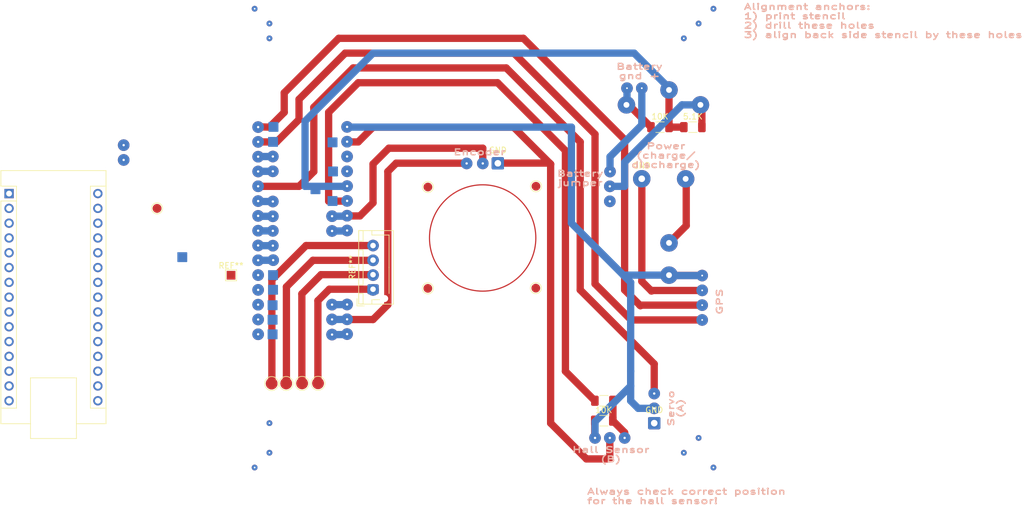
<source format=kicad_pcb>
(kicad_pcb (version 20221018) (generator pcbnew)
  (layers (0 "F.Cu" signal) (31 "B.Cu" signal) (34 "B.Paste" user) (35 "F.Paste" user) (36 "B.SilkS" user "B.Silkscreen") (37 "F.SilkS" user "F.Silkscreen") (38 "B.Mask" user) (39 "F.Mask" user) (44 "Edge.Cuts" user))
  (net 0 "")
  (net 1 "GND")
  (footprint "Connector_JST:JST_XH_B4B-XH-AM_1x04_P2.50mm_Vertical" (layer "F.Cu") (at 128.505445 102.778533 90)
    (fp_text reference "REF**" (at 3.75 -3.55 90) (layer "F.SilkS"))
    (fp_text value " ")
    (fp_line (start -2.85 -2.75) (end -2.85 -1.5) (stroke (width 0.12)) (layer "F.SilkS"))
    (fp_line (start -2.56 -2.46) (end -2.56 3.51) (stroke (width 0.12)) (layer "F.SilkS"))
    (fp_line (start -2.56 3.51) (end 10.06 3.51) (stroke (width 0.12)) (layer "F.SilkS"))
    (fp_line (start -2.55 -2.45) (end -2.55 -1.7) (stroke (width 0.12)) (layer "F.SilkS"))
    (fp_line (start -2.55 -1.7) (end -0.75 -1.7) (stroke (width 0.12)) (layer "F.SilkS"))
    (fp_line (start -2.55 -0.2) (end -1.8 -0.2) (stroke (width 0.12)) (layer "F.SilkS"))
    (fp_line (start -1.8 -0.2) (end -1.8 1.14) (stroke (width 0.12)) (layer "F.SilkS"))
    (fp_line (start -1.6 -2.75) (end -2.85 -2.75) (stroke (width 0.12)) (layer "F.SilkS"))
    (fp_line (start -0.75 -2.45) (end -2.55 -2.45) (stroke (width 0.12)) (layer "F.SilkS"))
    (fp_line (start -0.75 -1.7) (end -0.75 -2.45) (stroke (width 0.12)) (layer "F.SilkS"))
    (fp_line (start 0.75 -2.45) (end 0.75 -1.7) (stroke (width 0.12)) (layer "F.SilkS"))
    (fp_line (start 0.75 -1.7) (end 6.75 -1.7) (stroke (width 0.12)) (layer "F.SilkS"))
    (fp_line (start 3.75 2.75) (end -0.74 2.75) (stroke (width 0.12)) (layer "F.SilkS"))
    (fp_line (start 6.75 -2.45) (end 0.75 -2.45) (stroke (width 0.12)) (layer "F.SilkS"))
    (fp_line (start 6.75 -1.7) (end 6.75 -2.45) (stroke (width 0.12)) (layer "F.SilkS"))
    (fp_line (start 8.25 -2.45) (end 8.25 -1.7) (stroke (width 0.12)) (layer "F.SilkS"))
    (fp_line (start 8.25 -1.7) (end 10.05 -1.7) (stroke (width 0.12)) (layer "F.SilkS"))
    (fp_line (start 9.3 -0.2) (end 9.3 2.75) (stroke (width 0.12)) (layer "F.SilkS"))
    (fp_line (start 9.3 2.75) (end 3.75 2.75) (stroke (width 0.12)) (layer "F.SilkS"))
    (fp_line (start 10.05 -2.45) (end 8.25 -2.45) (stroke (width 0.12)) (layer "F.SilkS"))
    (fp_line (start 10.05 -1.7) (end 10.05 -2.45) (stroke (width 0.12)) (layer "F.SilkS"))
    (fp_line (start 10.05 -0.2) (end 9.3 -0.2) (stroke (width 0.12)) (layer "F.SilkS"))
    (fp_line (start 10.06 -2.46) (end -2.56 -2.46) (stroke (width 0.12)) (layer "F.SilkS"))
    (fp_line (start 10.06 3.51) (end 10.06 -2.46) (stroke (width 0.12)) (layer "F.SilkS"))
    (pad "" np_thru_hole circle (at -1.6 2 90) (size 1.2 1.2) (drill 1.2) (layers "*.Cu" "*.Mask"))
    (pad "1" thru_hole roundrect (at 0 0 90) (size 1.7 1.95) (drill 0.95) (layers "*.Cu" "*.Mask") (roundrect_rratio 0.1470588235))
    (pad "2" thru_hole oval (at 2.5 0 90) (size 1.7 1.95) (drill 0.95) (layers "*.Cu" "*.Mask"))
    (pad "3" thru_hole oval (at 5 0 90) (size 1.7 1.95) (drill 0.95) (layers "*.Cu" "*.Mask"))
    (pad "4" thru_hole oval (at 7.5 0 90) (size 1.7 1.95) (drill 0.95) (layers "*.Cu" "*.Mask"))
  )
  (footprint "TestPoint:TestPoint_Pad_1.5x1.5mm" (layer "F.Cu") (at 104.14 100.379001)
    (fp_text reference "REF**" (at 0 -1.648) (layer "F.SilkS"))
    (fp_text value " ")
    (fp_line (start -0.95 -0.95) (end 0.95 -0.95) (stroke (width 0.12)) (layer "F.SilkS"))
    (fp_line (start -0.95 0.95) (end -0.95 -0.95) (stroke (width 0.12)) (layer "F.SilkS"))
    (fp_line (start 0.95 -0.95) (end 0.95 0.95) (stroke (width 0.12)) (layer "F.SilkS"))
    (fp_line (start 0.95 0.95) (end -0.95 0.95) (stroke (width 0.12)) (layer "F.SilkS"))
    (pad " " smd rect (at 0 0) (size 1.5 1.5) (layers "F.Cu" "B.Mask"))
  )
  (footprint "TestPoint:TestPoint_Pad_D1.5mm" (layer "F.Cu") (at 156.44605 102.585438)
    (fp_text reference "REF**" hide)
    (fp_text value " ")
    (fp_circle (center 0 0) (end 0 0.95) (stroke (width 0.12)) (fill none) (layer "F.SilkS"))
    (pad " " smd circle (at 0 0) (size 1.5 1.5) (layers "F.Cu" "F.Mask"))
  )
  (footprint "TestPoint:TestPoint_Pad_D1.5mm" (layer "F.Cu") (at 137.926134 85.2369)
    (fp_text reference "REF**" hide)
    (fp_text value " " hide)
    (fp_circle (center 0 0) (end 0 0.95) (stroke (width 0.12)) (fill none) (layer "F.SilkS"))
    (pad " " smd circle (at 0 0) (size 1.5 1.5) (layers "F.Cu" "F.Mask"))
  )
  (footprint "Resistor_SMD:R_1206_3216Metric_Pad1.30x1.75mm_HandSolder" (layer "F.Cu") (at 168.107349 125.337238)
    (fp_text reference "10K" (at 0 -1.82) (layer "F.SilkS"))
    (fp_text value "R1002")
    (fp_line (start -0.727064 -0.91) (end 0.727064 -0.91) (stroke (width 0.12)) (layer "F.SilkS"))
    (fp_line (start -0.727064 0.91) (end 0.727064 0.91) (stroke (width 0.12)) (layer "F.SilkS"))
    (pad "1" smd roundrect (at -1.55 0) (size 1.3 1.75) (layers "F.Cu" "F.Paste" "F.Mask") (roundrect_rratio 0.1923076923))
    (pad "2" smd roundrect (at 1.55 0) (size 1.3 1.75) (layers "F.Cu" "F.Paste" "F.Mask") (roundrect_rratio 0.1923076923))
  )
  (footprint "TestPoint:TestPoint_Pad_D2.0mm" (layer "F.Cu") (at 113.599676 118.951239)
    (fp_text reference "REF**" hide)
    (fp_text value " ")
    (fp_circle (center 0 0) (end 0 1.2) (stroke (width 0.12)) (fill none) (layer "F.SilkS"))
    (pad "1" smd circle (at 0 0) (size 2 2) (layers "F.Cu" "F.Mask"))
    (pad "1" smd circle (at 0 0) (size 2 2) (layers "F.Cu" "F.Mask"))
  )
  (footprint "Resistor_SMD:R_1206_3216Metric_Pad1.30x1.75mm_HandSolder" (layer "F.Cu") (at 168.129876 121.92)
    (fp_text reference "5.1K" hide)
    (fp_text value "R5101")
    (fp_line (start -0.727064 -0.91) (end 0.727064 -0.91) (stroke (width 0.12)) (layer "F.SilkS"))
    (fp_line (start -0.727064 0.91) (end 0.727064 0.91) (stroke (width 0.12)) (layer "F.SilkS"))
    (pad "1" smd roundrect (at -1.55 0) (size 1.3 1.75) (layers "F.Cu" "F.Paste" "F.Mask") (roundrect_rratio 0.1923076923))
    (pad "2" smd roundrect (at 1.55 0) (size 1.3 1.75) (layers "F.Cu" "F.Paste" "F.Mask") (roundrect_rratio 0.1923076923))
  )
  (footprint "Resistor_SMD:R_1206_3216Metric_Pad1.30x1.75mm_HandSolder" (layer "F.Cu") (at 177.755445 74.958533)
    (fp_text reference "10K" (at 0 -1.82) (layer "F.SilkS"))
    (fp_text value "R1002")
    (fp_line (start -0.727064 -0.91) (end 0.727064 -0.91) (stroke (width 0.12)) (layer "F.SilkS"))
    (fp_line (start -0.727064 0.91) (end 0.727064 0.91) (stroke (width 0.12)) (layer "F.SilkS"))
    (pad "1" smd roundrect (at -1.55 0) (size 1.3 1.75) (layers "F.Cu" "F.Paste" "F.Mask") (roundrect_rratio 0.1923076923))
    (pad "2" smd roundrect (at 1.55 0) (size 1.3 1.75) (layers "F.Cu" "F.Paste" "F.Mask") (roundrect_rratio 0.1923076923))
  )
  (footprint "Connector_Wire:SolderWire-0.5sqmm_1x01_D0.9mm_OD2.1mm" (layer "F.Cu") (at 174.623939 83.82)
    (fp_text reference "GND" (at 0 -2.25) (layer "F.SilkS"))
    (fp_text value " " hide)
    (pad "" thru_hole roundrect (at 0 0) (size 2.1 2.1) (drill 1.1) (layers "*.Cu" "*.Mask") (roundrect_rratio 0.119048) (net 1 "GND"))
    (pad "" thru_hole roundrect (at 0 0) (size 2.1 2.1) (drill 1.1) (layers "*.Cu" "*.Mask") (roundrect_rratio 0.119048) (net 1 "GND"))
  )
  (footprint "TestPoint:TestPoint_Pad_D2.0mm" (layer "F.Cu") (at 111.106514 118.967119)
    (fp_text reference "REF**" hide)
    (fp_text value " ")
    (fp_circle (center 0 0) (end 0 1.2) (stroke (width 0.12)) (fill none) (layer "F.SilkS"))
    (pad "1" smd circle (at 0 0) (size 2 2) (layers "F.Cu" "F.Mask"))
    (pad "1" smd circle (at 0 0) (size 2 2) (layers "F.Cu" "F.Mask"))
  )
  (footprint "Resistor_SMD:R_1206_3216Metric_Pad1.30x1.75mm_HandSolder" (layer "F.Cu") (at 183.395445 74.958533)
    (fp_text reference "5.1K" (at 0 -1.82) (layer "F.SilkS"))
    (fp_text value "R5101")
    (fp_line (start -0.727064 -0.91) (end 0.727064 -0.91) (stroke (width 0.12)) (layer "F.SilkS"))
    (fp_line (start -0.727064 0.91) (end 0.727064 0.91) (stroke (width 0.12)) (layer "F.SilkS"))
    (pad "1" smd roundrect (at -1.55 0) (size 1.3 1.75) (layers "F.Cu" "F.Paste" "F.Mask") (roundrect_rratio 0.1923076923))
    (pad "2" smd roundrect (at 1.55 0) (size 1.3 1.75) (layers "F.Cu" "F.Paste" "F.Mask") (roundrect_rratio 0.1923076923))
  )
  (footprint "TestPoint:TestPoint_Pad_D1.5mm" (layer "F.Cu") (at 137.914671 102.627364)
    (fp_text reference "REF**" hide)
    (fp_text value " ")
    (fp_circle (center 0 0) (end 0 0.95) (stroke (width 0.12)) (fill none) (layer "F.SilkS"))
    (pad " " smd circle (at 0 0) (size 1.5 1.5) (layers "F.Cu" "F.Mask"))
  )
  (footprint "TestPoint:TestPoint_Pad_D1.5mm" (layer "F.Cu") (at 156.473771 85.102214)
    (fp_text reference "REF**" hide)
    (fp_text value " ")
    (fp_circle (center 0 0) (end 0 0.95) (stroke (width 0.12)) (fill none) (layer "F.SilkS"))
    (pad " " smd circle (at 0 0) (size 1.5 1.5) (layers "F.Cu" "F.Mask"))
  )
  (footprint "Module:Arduino_Nano_WithMountingHoles" (layer "F.Cu") (at 66.04 86.36)
    (fp_text reference "REF**" hide)
    (fp_text value " ")
    (fp_line (start -1.4 -3.94) (end -1.4 -1.27) (stroke (width 0.12)) (layer "F.SilkS"))
    (fp_line (start -1.4 1.27) (end -1.4 39.5) (stroke (width 0.12)) (layer "F.SilkS"))
    (fp_line (start -1.4 39.5) (end 3.68 39.5) (stroke (width 0.12)) (layer "F.SilkS"))
    (fp_line (start 1.27 -1.27) (end -1.4 -1.27) (stroke (width 0.12)) (layer "F.SilkS"))
    (fp_line (start 1.27 1.27) (end -1.4 1.27) (stroke (width 0.12)) (layer "F.SilkS"))
    (fp_line (start 1.27 1.27) (end 1.27 -1.27) (stroke (width 0.12)) (layer "F.SilkS"))
    (fp_line (start 1.27 1.27) (end 1.27 36.83) (stroke (width 0.12)) (layer "F.SilkS"))
    (fp_line (start 1.27 36.83) (end -1.4 36.83) (stroke (width 0.12)) (layer "F.SilkS"))
    (fp_line (start 3.68 31.62) (end 11.56 31.62) (stroke (width 0.12)) (layer "F.SilkS"))
    (fp_line (start 3.68 42.04) (end 3.68 31.62) (stroke (width 0.12)) (layer "F.SilkS"))
    (fp_line (start 11.56 31.62) (end 11.56 42.04) (stroke (width 0.12)) (layer "F.SilkS"))
    (fp_line (start 11.56 42.04) (end 3.68 42.04) (stroke (width 0.12)) (layer "F.SilkS"))
    (fp_line (start 13.97 -1.27) (end 13.97 36.83) (stroke (width 0.12)) (layer "F.SilkS"))
    (fp_line (start 13.97 -1.27) (end 16.64 -1.27) (stroke (width 0.12)) (layer "F.SilkS"))
    (fp_line (start 13.97 36.83) (end 16.64 36.83) (stroke (width 0.12)) (layer "F.SilkS"))
    (fp_line (start 16.64 -3.94) (end -1.4 -3.94) (stroke (width 0.12)) (layer "F.SilkS"))
    (fp_line (start 16.64 39.5) (end 11.56 39.5) (stroke (width 0.12)) (layer "F.SilkS"))
    (fp_line (start 16.64 39.5) (end 16.64 -3.94) (stroke (width 0.12)) (layer "F.SilkS"))
    (pad "" np_thru_hole circle (at 0 -2.54) (size 1.78 1.78) (drill 1.78) (layers "*.Cu" "*.Mask"))
    (pad "" np_thru_hole circle (at 0 38.1) (size 1.78 1.78) (drill 1.78) (layers "*.Cu" "*.Mask"))
    (pad "" np_thru_hole circle (at 15.24 -2.54) (size 1.78 1.78) (drill 1.78) (layers "*.Cu" "*.Mask"))
    (pad "" np_thru_hole circle (at 15.24 38.1) (size 1.78 1.78) (drill 1.78) (layers "*.Cu" "*.Mask"))
    (pad "1" thru_hole rect (at 0 0) (size 1.6 1.6) (drill 1) (layers "*.Cu" "*.Mask"))
    (pad "2" thru_hole oval (at 0 2.54) (size 1.6 1.6) (drill 1) (layers "*.Cu" "*.Mask"))
    (pad "3" thru_hole oval (at 0 5.08) (size 1.6 1.6) (drill 1) (layers "*.Cu" "*.Mask"))
    (pad "4" thru_hole oval (at 0 7.62) (size 1.6 1.6) (drill 1) (layers "*.Cu" "*.Mask"))
    (pad "5" thru_hole oval (at 0 10.16) (size 1.6 1.6) (drill 1) (layers "*.Cu" "*.Mask"))
    (pad "6" thru_hole oval (at 0 12.7) (size 1.6 1.6) (drill 1) (layers "*.Cu" "*.Mask"))
    (pad "7" thru_hole oval (at 0 15.24) (size 1.6 1.6) (drill 1) (layers "*.Cu" "*.Mask"))
    (pad "8" thru_hole oval (at 0 17.78) (size 1.6 1.6) (drill 1) (layers "*.Cu" "*.Mask"))
    (pad "9" thru_hole oval (at 0 20.32) (size 1.6 1.6) (drill 1) (layers "*.Cu" "*.Mask"))
    (pad "10" thru_hole oval (at 0 22.86) (size 1.6 1.6) (drill 1) (layers "*.Cu" "*.Mask"))
    (pad "11" thru_hole oval (at 0 25.4) (size 1.6 1.6) (drill 1) (layers "*.Cu" "*.Mask"))
    (pad "12" thru_hole oval (at 0 27.94) (size 1.6 1.6) (drill 1) (layers "*.Cu" "*.Mask"))
    (pad "13" thru_hole oval (at 0 30.48) (size 1.6 1.6) (drill 1) (layers "*.Cu" "*.Mask"))
    (pad "14" thru_hole oval (at 0 33.02) (size 1.6 1.6) (drill 1) (layers "*.Cu" "*.Mask"))
    (pad "15" thru_hole oval (at 0 35.56) (size 1.6 1.6) (drill 1) (layers "*.Cu" "*.Mask"))
    (pad "16" thru_hole oval (at 15.24 35.56) (size 1.6 1.6) (drill 1) (layers "*.Cu" "*.Mask"))
    (pad "17" thru_hole oval (at 15.24 33.02) (size 1.6 1.6) (drill 1) (layers "*.Cu" "*.Mask"))
    (pad "18" thru_hole oval (at 15.24 30.48) (size 1.6 1.6) (drill 1) (layers "*.Cu" "*.Mask"))
    (pad "19" thru_hole oval (at 15.24 27.94) (size 1.6 1.6) (drill 1) (layers "*.Cu" "*.Mask"))
    (pad "20" thru_hole oval (at 15.24 25.4) (size 1.6 1.6) (drill 1) (layers "*.Cu" "*.Mask"))
    (pad "21" thru_hole oval (at 15.24 22.86) (size 1.6 1.6) (drill 1) (layers "*.Cu" "*.Mask"))
    (pad "22" thru_hole oval (at 15.24 20.32) (size 1.6 1.6) (drill 1) (layers "*.Cu" "*.Mask"))
    (pad "23" thru_hole oval (at 15.24 17.78) (size 1.6 1.6) (drill 1) (layers "*.Cu" "*.Mask"))
    (pad "24" thru_hole oval (at 15.24 15.24) (size 1.6 1.6) (drill 1) (layers "*.Cu" "*.Mask"))
    (pad "25" thru_hole oval (at 15.24 12.7) (size 1.6 1.6) (drill 1) (layers "*.Cu" "*.Mask"))
    (pad "26" thru_hole oval (at 15.24 10.16) (size 1.6 1.6) (drill 1) (layers "*.Cu" "*.Mask"))
    (pad "27" thru_hole oval (at 15.24 7.62) (size 1.6 1.6) (drill 1) (layers "*.Cu" "*.Mask"))
    (pad "28" thru_hole oval (at 15.24 5.08) (size 1.6 1.6) (drill 1) (layers "*.Cu" "*.Mask"))
    (pad "29" thru_hole oval (at 15.24 2.54) (size 1.6 1.6) (drill 1) (layers "*.Cu" "*.Mask") (net 1 "GND"))
    (pad "30" thru_hole oval (at 15.24 0) (size 1.6 1.6) (drill 1) (layers "*.Cu" "*.Mask"))
  )
  (footprint "TestPoint:TestPoint_Pad_D2.0mm" (layer "F.Cu") (at 116.331037 118.935359)
    (fp_text reference "REF**" hide)
    (fp_text value " ")
    (fp_circle (center 0 0) (end 0 1.2) (stroke (width 0.12)) (fill none) (layer "F.SilkS"))
    (pad "1" smd circle (at 0 0) (size 2 2) (layers "F.Cu" "F.Mask"))
    (pad "1" smd circle (at 0 0) (size 2 2) (layers "F.Cu" "F.Mask"))
  )
  (footprint "Connector_Wire:SolderWire-0.5sqmm_1x01_D0.9mm_OD2.1mm" (layer "F.Cu") (at 149.927814 81.167021)
    (fp_text reference "GND" (at 0 -2.25) (layer "F.SilkS"))
    (fp_text value " " hide)
    (pad "" thru_hole roundrect (at 0 0) (size 2.1 2.1) (drill 1.1) (layers "*.Cu" "*.Mask") (roundrect_rratio 0.119048) (net 1 "GND"))
    (pad "" thru_hole roundrect (at 0 0) (size 2.1 2.1) (drill 1.1) (layers "*.Cu" "*.Mask") (roundrect_rratio 0.119048) (net 1 "GND"))
  )
  (footprint "Connector_Wire:SolderWire-0.5sqmm_1x01_D0.9mm_OD2.1mm" (layer "F.Cu") (at 176.765445 125.758533)
    (fp_text reference "GND" (at 0 -2.25) (layer "F.SilkS"))
    (fp_text value " " hide)
    (pad "" thru_hole roundrect (at 0 0) (size 2.1 2.1) (drill 1.1) (layers "*.Cu" "*.Mask") (roundrect_rratio 0.119048) (net 1 "GND"))
    (pad "" thru_hole roundrect (at 0 0) (size 2.1 2.1) (drill 1.1) (layers "*.Cu" "*.Mask") (roundrect_rratio 0.119048) (net 1 "GND"))
  )
  (footprint "TestPoint:TestPoint_Pad_D2.0mm" (layer "F.Cu") (at 119.067837 118.919124)
    (fp_text reference "REF**" hide)
    (fp_text value " ")
    (fp_circle (center 0 0) (end 0 1.2) (stroke (width 0.12)) (fill none) (layer "F.SilkS"))
    (pad "1" smd circle (at 0 0) (size 2 2) (layers "F.Cu" "F.Mask"))
    (pad "1" smd circle (at 0 0) (size 2 2) (layers "F.Cu" "F.Mask"))
  )
  (footprint "TestPoint:TestPoint_Pad_D1.5mm" (layer "F.Cu") (at 91.44 88.9)
    (fp_text reference "REF**" hide)
    (fp_text value " ")
    (fp_circle (center 0 0) (end 0 0.95) (stroke (width 0.12)) (fill none) (layer "F.SilkS"))
    (pad " " smd circle (at 0 0) (size 1.5 1.5) (layers "F.Cu" "F.Mask"))
    (pad " " smd circle (at 0 0) (size 1.5 1.5) (layers "F.Cu" "F.Mask"))
  )
  (gr_circle (center 147.32 93.98) (end 156.445445 93.98) (stroke (width 0.2)) (fill none) (layer "F.Cu"))
  (gr_rect (start 110.518426 104.769966) (end 112.018426 106.269966) (stroke (width 0.2)) (fill solid) (layer "B.Cu"))
  (gr_rect (start 110.59414 99.607156) (end 112.09414 101.107156) (stroke (width 0.2)) (fill solid) (layer "B.Cu"))
  (gr_rect (start 110.518426 109.767073) (end 112.018426 111.267073) (stroke (width 0.2)) (fill solid) (layer "B.Cu"))
  (gr_rect (start 110.669854 74.167335) (end 112.169854 75.667335) (stroke (width 0.2)) (fill solid) (layer "B.Cu"))
  (gr_rect (start 110.59414 76.741603) (end 112.09414 78.241603) (stroke (width 0.2)) (fill solid) (layer "B.Cu"))
  (gr_rect (start 120.808359 86.887245) (end 122.308359 88.387245) (stroke (width 0.2)) (fill solid) (layer "B.Cu"))
  (gr_rect (start 95.02 96.52) (end 96.52 98.02) (stroke (width 0.2)) (fill solid) (layer "B.Cu"))
  (gr_rect (start 110.518426 107.26852) (end 112.018426 108.76852) (stroke (width 0.2)) (fill solid) (layer "B.Cu"))
  (gr_rect (start 117.88 84.86) (end 119.38 86.36) (stroke (width 0.2)) (fill solid) (layer "B.Cu"))
  (gr_rect (start 120.884073 81.814424) (end 122.384073 83.314424) (stroke (width 0.2)) (fill solid) (layer "B.Cu"))
  (gr_rect (start 120.808359 76.817316) (end 122.308359 78.317316) (stroke (width 0.2)) (fill solid) (layer "B.Cu"))
  (gr_rect (start 110.59414 102.119985) (end 112.09414 103.619985) (stroke (width 0.2)) (fill solid) (layer "B.Cu"))
  (gr_text "Servo\n(A)" (at 181.845445 123.218533 90) (layer "B.SilkS") (effects (font (size 1 1.5) (thickness 0.25) bold) (justify bottom)))
  (gr_text "Hall Sensor\n(B)" (at 169.31125 132.533597) (layer "B.SilkS") (effects (font (size 1 1.5) (thickness 0.25) bold) (justify bottom)))
  (gr_text "Encoder" (at 146.778885 79.836936) (layer "B.SilkS") (effects (font (size 1 1.5) (thickness 0.25) bold) (justify bottom)))
  (gr_text "GPS" (at 188.572788 104.913278 90) (layer "B.SilkS") (effects (font (size 1 1.5) (thickness 0.25) bold) (justify bottom)))
  (gr_text "Battery\ngnd +" (at 174.225445 66.768132) (layer "B.SilkS") (effects (font (size 1 1.5) (thickness 0.25) bold) (justify bottom)))
  (gr_text "Alignment anchors:\n1) print stencil\n2) drill these holes\n3) align back side stencil by these holes" (at 192.005445 59.718533) (layer "B.SilkS") (effects (font (size 1 1.5) (thickness 0.25) bold) (justify left bottom)))
  (gr_text "Power\n(charge/\ndischarge)" (at 178.760307 82.017488) (layer "B.SilkS") (effects (font (size 1 1.5) (thickness 0.25) bold) (justify bottom)))
  (gr_text "Battery\njumper" (at 164.065445 85.118533) (layer "B.SilkS") (effects (font (size 1 1.5) (thickness 0.25) bold) (justify bottom)))
  (gr_text "Always check correct position \nfor the hall sensor!" (at 165.1 139.7) (layer "B.SilkS") (effects (font (size 1 1.5) (thickness 0.25) bold) (justify left bottom)))
  (segment (start 174.225445 105.438533) (end 174.390311 105.603399) (width 1.25) (layer "F.Cu") (net 0))
  (segment (start 108.777015 77.498533) (end 108.798645 77.476903) (width 1.25) (layer "F.Cu") (net 0))
  (segment (start 184.975678 100.413494) (end 184.993201 100.431017) (width 1.25) (layer "F.Cu") (net 0))
  (segment (start 115.805445 73.647654) (end 115.805445 70.182687) (width 1.25) (layer "F.Cu") (net 0))
  (segment (start 118.188967 97.818533) (end 113.642359 102.365141) (width 1.25) (layer "F.Cu") (net 0))
  (segment (start 117.013324 95.278533) (end 128.505445 95.278533) (width 1.25) (layer "F.Cu") (net 0))
  (segment (start 125.092643 64.798533) (end 151.365445 64.798533) (width 1.25) (layer "F.Cu") (net 0))
  (segment (start 116.289681 118.898341) (end 116.289681 103.572077) (width 1.25) (layer "F.Cu") (net 0))
  (segment (start 121.005445 102.778533) (end 128.505445 102.778533) (width 1.25) (layer "F.Cu") (net 0))
  (segment (start 118.345445 82.578533) (end 118.345445 71.545731) (width 1.25) (layer "F.Cu") (net 0))
  (segment (start 108.773168 77.498533) (end 108.777015 77.498533) (width 1.25) (layer "F.Cu") (net 0))
  (segment (start 128.505445 81.286298) (end 131.216534 78.575209) (width 1.25) (layer "F.Cu") (net 0))
  (segment (start 144.529439 81.146105) (end 144.570556 81.187222) (width 1.25) (layer "F.Cu") (net 0))
  (segment (start 128.505445 87.952395) (end 128.505445 81.286298) (width 1.25) (layer "F.Cu") (net 0))
  (segment (start 131.216534 78.575209) (end 147.341357 78.575209) (width 1.25) (layer "F.Cu") (net 0))
  (segment (start 171.685445 127.365334) (end 169.657349 125.337238) (width 1.25) (layer "F.Cu") (net 0))
  (segment (start 113.642359 102.365141) (end 113.642359 118.994041) (width 1.25) (layer "F.Cu") (net 0))
  (segment (start 166.605445 76.178973) (end 166.605445 101.855742) (width 1.25) (layer "F.Cu") (net 0))
  (segment (start 116.360985 118.969645) (end 116.289681 118.898341) (width 1.25) (layer "F.Cu") (net 0))
  (segment (start 184.91141 108.132808) (end 184.993201 108.051017) (width 1.25) (layer "F.Cu") (net 0))
  (segment (start 108.773168 85.118533) (end 108.751241 85.118533) (width 1.25) (layer "F.Cu") (net 0))
  (segment (start 122.612426 59.718533) (end 154.314842 59.718533) (width 1.25) (layer "F.Cu") (net 0))
  (segment (start 116.289681 103.572077) (end 119.583225 100.278533) (width 1.25) (layer "F.Cu") (net 0))
  (segment (start 111.116254 118.969645) (end 111.116254 119.055354) (width 1.25) (layer "F.Cu") (net 0))
  (segment (start 119.583225 100.278533) (end 128.505445 100.278533) (width 1.25) (layer "F.Cu") (net 0))
  (segment (start 124.013168 87.658533) (end 120.885445 87.658533) (width 1.25) (layer "F.Cu") (net 0))
  (segment (start 108.751241 85.118533) (end 108.699687 85.096606) (width 1.25) (layer "F.Cu") (net 0))
  (segment (start 176.765445 115.598533) (end 176.765445 120.678533) (width 1.25) (layer "F.Cu") (net 0))
  (segment (start 152.685005 62.258533) (end 166.605445 76.178973) (width 1.25) (layer "F.Cu") (net 0))
  (segment (start 166.557349 125.337238) (end 166.557349 128.250437) (width 1.25) (layer "F.Cu") (net 0))
  (segment (start 125.965445 67.338533) (end 149.882924 67.338533) (width 1.25) (layer "F.Cu") (net 0))
  (segment (start 164.065445 77.498533) (end 164.065445 102.898533) (width 1.25) (layer "F.Cu") (net 0))
  (segment (start 123.729599 62.258533) (end 152.685005 62.258533) (width 1.25) (layer "F.Cu") (net 0))
  (segment (start 111.143907 118.941992) (end 111.143907 101.14795) (width 1.25) (layer "F.Cu") (net 0))
  (segment (start 111.211738 118.95987) (end 111.201963 118.969645) (width 1.25) (layer "F.Cu") (net 0))
  (segment (start 164.065445 102.898533) (end 176.765445 115.598533) (width 1.25) (layer "F.Cu") (net 0))
  (segment (start 111.143907 101.14795) (end 117.013324 95.278533) (width 1.25) (layer "F.Cu") (net 0))
  (segment (start 108.795095 85.118533) (end 115.805445 85.118533) (width 1.25) (layer "F.Cu") (net 0))
  (segment (start 182.258062 91.868083) (end 182.258062 84.667562) (width 1.25) (layer "F.Cu") (net 0))
  (segment (start 131.045445 105.438533) (end 131.045445 82.578533) (width 1.25) (layer "F.Cu") (net 0))
  (segment (start 169.679876 125.314711) (end 169.657349 125.337238) (width 1.25) (layer "F.Cu") (net 0))
  (segment (start 166.557349 128.250437) (end 166.605445 128.298533) (width 1.25) (layer "F.Cu") (net 0))
  (segment (start 179.305445 100.358533) (end 179.360406 100.413494) (width 1.25) (layer "F.Cu") (net 0))
  (segment (start 166.605445 101.855742) (end 172.893102 108.143399) (width 1.25) (layer "F.Cu") (net 0))
  (segment (start 108.699687 85.096606) (end 108.795095 85.118533) (width 1.25) (layer "F.Cu") (net 0))
  (segment (start 108.798645 74.904016) (end 110.725445 74.958533) (width 1.25) (layer "F.Cu") (net 0))
  (segment (start 111.201963 118.969645) (end 111.116254 118.969645) (width 1.25) (layer "F.Cu") (net 0))
  (segment (start 184.945445 74.958533) (end 184.945445 71.384934) (width 1.25) (layer "F.Cu") (net 0))
  (segment (start 132.477873 81.146105) (end 144.529439 81.146105) (width 1.25) (layer "F.Cu") (net 0))
  (segment (start 171.996358 71.135847) (end 172.138062 70.994143) (width 1.25) (layer "F.Cu") (net 0))
  (segment (start 113.265445 72.418533) (end 113.265445 69.065514) (width 1.25) (layer "F.Cu") (net 0))
  (segment (start 115.805445 85.118533) (end 118.345445 82.578533) (width 1.25) (layer "F.Cu") (net 0))
  (segment (start 115.805445 70.182687) (end 123.729599 62.258533) (width 1.25) (layer "F.Cu") (net 0))
  (segment (start 116.291738 118.95987) (end 116.360985 118.969645) (width 1.25) (layer "F.Cu") (net 0))
  (segment (start 124.013168 90.198533) (end 126.259307 90.198533) (width 1.25) (layer "F.Cu") (net 0))
  (segment (start 174.390311 105.603399) (end 174.482693 105.511017) (width 1.25) (layer "F.Cu") (net 0))
  (segment (start 147.341357 78.575209) (end 147.341357 81.187222) (width 1.25) (layer "F.Cu") (net 0))
  (segment (start 171.685445 77.089136) (end 171.685445 102.898533) (width 1.25) (layer "F.Cu") (net 0))
  (segment (start 171.685445 128.298533) (end 171.685445 127.365334) (width 1.25) (layer "F.Cu") (net 0))
  (segment (start 111.116254 119.055354) (end 111.215211 118.956397) (width 1.25) (layer "F.Cu") (net 0))
  (segment (start 184.945445 71.384934) (end 184.696358 71.135847) (width 1.25) (layer "F.Cu") (net 0))
  (segment (start 108.798645 77.476903) (end 108.820275 77.498533) (width 1.25) (layer "F.Cu") (net 0))
  (segment (start 120.885445 72.418533) (end 125.965445 67.338533) (width 1.25) (layer "F.Cu") (net 0))
  (segment (start 179.347506 68.283233) (end 179.305445 68.325294) (width 1.25) (layer "F.Cu") (net 0))
  (segment (start 149.882924 67.338533) (end 161.525445 78.981054) (width 1.25) (layer "F.Cu") (net 0))
  (segment (start 128.505445 107.978533) (end 131.045445 105.438533) (width 1.25) (layer "F.Cu") (net 0))
  (segment (start 118.345445 71.545731) (end 125.092643 64.798533) (width 1.25) (layer "F.Cu") (net 0))
  (segment (start 179.305445 94.827562) (end 179.305445 94.8207) (width 1.25) (layer "F.Cu") (net 0))
  (segment (start 119.0428 104.741178) (end 121.005445 102.778533) (width 1.25) (layer "F.Cu") (net 0))
  (segment (start 161.525445 78.981054) (end 161.525445 116.865569) (width 1.25) (layer "F.Cu") (net 0))
  (segment (start 108.773168 74.958533) (end 108.798645 74.904016) (width 1.25) (layer "F.Cu") (net 0))
  (segment (start 110.725445 74.958533) (end 113.265445 72.418533) (width 1.25) (layer "F.Cu") (net 0))
  (segment (start 126.259307 90.198533) (end 128.505445 87.952395) (width 1.25) (layer "F.Cu") (net 0))
  (segment (start 154.314842 59.718533) (end 171.685445 77.089136) (width 1.25) (layer "F.Cu") (net 0))
  (segment (start 184.851729 100.572489) (end 184.993201 100.431017) (width 1.25) (layer "F.Cu") (net 0))
  (segment (start 108.820275 77.498533) (end 111.954566 77.498533) (width 1.25) (layer "F.Cu") (net 0))
  (segment (start 113.265445 69.065514) (end 122.612426 59.718533) (width 1.25) (layer "F.Cu") (net 0))
  (segment (start 172.893102 108.143399) (end 172.985484 108.051017) (width 1.25) (layer "F.Cu") (net 0))
  (segment (start 172.382759 71.135847) (end 176.205445 74.958533) (width 1.25) (layer "F.Cu") (net 0))
  (segment (start 124.013168 107.978533) (end 128.505445 107.978533) (width 1.25) (layer "F.Cu") (net 0))
  (segment (start 174.482693 105.511017) (end 184.993201 105.511017) (width 1.25) (layer "F.Cu") (net 0))
  (segment (start 172.985484 108.051017) (end 184.993201 108.051017) (width 1.25) (layer "F.Cu") (net 0))
  (segment (start 120.885445 87.658533) (end 120.885445 72.418533) (width 1.25) (layer "F.Cu") (net 0))
  (segment (start 166.346417 128.039505) (end 166.605445 128.298533) (width 1.25) (layer "F.Cu") (net 0))
  (segment (start 179.305445 94.8207) (end 182.258062 91.868083) (width 1.25) (layer "F.Cu") (net 0))
  (segment (start 111.954566 77.498533) (end 115.805445 73.647654) (width 1.25) (layer "F.Cu") (net 0))
  (segment (start 171.685445 102.898533) (end 174.280406 105.493494) (width 1.25) (layer "F.Cu") (net 0))
  (segment (start 131.045445 82.578533) (end 132.477873 81.146105) (width 1.25) (layer "F.Cu") (net 0))
  (segment (start 111.116254 118.969645) (end 111.143907 118.941992) (width 1.25) (layer "F.Cu") (net 0))
  (segment (start 179.305445 68.325294) (end 179.305445 74.958533) (width 1.25) (layer "F.Cu") (net 0))
  (segment (start 151.365445 64.798533) (end 164.065445 77.498533) (width 1.25) (layer "F.Cu") (net 0))
  (segment (start 169.679876 121.92) (end 169.679876 125.314711) (width 1.25) (layer "F.Cu") (net 0))
  (segment (start 184.993201 105.511017) (end 184.91141 105.592808) (width 1.25) (layer "F.Cu") (net 0))
  (segment (start 179.305445 74.958533) (end 181.845445 74.958533) (width 1.25) (layer "F.Cu") (net 0))
  (segment (start 119.0428 118.939968) (end 119.0428 104.741178) (width 1.25) (layer "F.Cu") (net 0))
  (segment (start 179.360406 100.413494) (end 184.975678 100.413494) (width 1.25) (layer "F.Cu") (net 0))
  (segment (start 171.996358 71.135847) (end 172.382759 71.135847) (width 1.25) (layer "F.Cu") (net 0))
  (segment (start 161.525445 116.865569) (end 166.579876 121.92) (width 1.25) (layer "F.Cu") (net 0))
  (segment (start 128.505445 97.818533) (end 118.188967 97.818533) (width 1.25) (layer "F.Cu") (net 0))
  (via (at 172.092894 68.275233) (size 2) (drill 0.3) (layers "F.Cu" "B.Cu") (net 0))
  (via (at 111.312994 92.760866) (size 2) (drill 0.4) (layers "F.Cu" "B.Cu") (net 0))
  (via (at 171.996358 71.135847) (size 3) (drill 1) (layers "F.Cu" "B.Cu") (net 0))
  (via (at 108.185445 133.378533) (size 1) (drill 0.3) (layers "F.Cu" "B.Cu") (net 0))
  (via (at 108.787292 82.56937) (size 2) (drill 0.4) (layers "F.Cu" "B.Cu") (net 0))
  (via (at 110.725445 125.758533) (size 1) (drill 0.3) (layers "F.Cu" "B.Cu") (net 0))
  (via (at 179.305445 94.827562) (size 3) (drill 1) (layers "F.Cu" "B.Cu") (net 0))
  (via (at 124.053119 107.936758) (size 2) (drill 0.4) (layers "F.Cu" "B.Cu") (net 0))
  (via (at 124.053119 105.396758) (size 2) (drill 0.4) (layers "F.Cu" "B.Cu") (net 0))
  (via (at 124.053119 74.916758) (size 2) (drill 0.4) (layers "F.Cu" "B.Cu") (net 0))
  (via (at 108.787292 102.88937) (size 2) (drill 0.4) (layers "F.Cu" "B.Cu") (net 0))
  (via (at 108.787292 92.72937) (size 2) (drill 0.4) (layers "F.Cu" "B.Cu") (net 0))
  (via (at 124.053119 82.536758) (size 2) (drill 0.4) (layers "F.Cu" "B.Cu") (net 0))
  (via (at 166.605445 128.298533) (size 2) (drill 0.4) (layers "F.Cu" "B.Cu") (net 0))
  (via (at 108.787292 90.18937) (size 2) (drill 0.4) (layers "F.Cu" "B.Cu") (net 0))
  (via (at 182.156358 83.835847) (size 3) (drill 1) (layers "F.Cu" "B.Cu") (net 0))
  (via (at 85.709604 78.049077) (size 2) (drill 0.4) (layers "F.Cu" "B.Cu") (net 0))
  (via (at 181.845445 130.838533) (size 1) (drill 0.3) (layers "F.Cu" "B.Cu") (net 0))
  (via (at 108.787292 107.96937) (size 2) (drill 0.4) (layers "F.Cu" "B.Cu") (net 0))
  (via (at 111.371444 97.787869) (size 2) (drill 0.4) (layers "F.Cu" "B.Cu") (net 0))
  (via (at 108.787292 85.10937) (size 2) (drill 0.4) (layers "F.Cu" "B.Cu") (net 0))
  (via (at 111.312994 82.539811) (size 2) (drill 0.4) (layers "F.Cu" "B.Cu") (net 0))
  (via (at 110.725445 130.838533) (size 1) (drill 0.3) (layers "F.Cu" "B.Cu") (net 0))
  (via (at 108.787292 100.34937) (size 2) (drill 0.4) (layers "F.Cu" "B.Cu") (net 0))
  (via (at 186.925445 133.378533) (size 1) (drill 0.3) (layers "F.Cu" "B.Cu") (net 0))
  (via (at 184.993201 105.506017) (size 2) (drill 0.3) (layers "F.Cu" "B.Cu") (net 0))
  (via (at 169.180526 82.578533) (size 2) (drill 0.4) (layers "F.Cu" "B.Cu") (net 0))
  (via (at 111.312994 79.999811) (size 2) (drill 0.4) (layers "F.Cu" "B.Cu") (net 0))
  (via (at 121.473069 92.781167) (size 2) (drill 0.4) (layers "F.Cu" "B.Cu") (net 0))
  (via (at 85.709604 80.589077) (size 2) (drill 0.4) (layers "F.Cu" "B.Cu") (net 0))
  (via (at 108.787292 87.64937) (size 2) (drill 0.4) (layers "F.Cu" "B.Cu") (net 0))
  (via (at 184.385445 128.298533) (size 1) (drill 0.3) (layers "F.Cu" "B.Cu") (net 0))
  (via (at 121.473069 90.241167) (size 2) (drill 0.4) (layers "F.Cu" "B.Cu") (net 0))
  (via (at 144.570556 81.187222) (size 2) (drill 0.4) (layers "F.Cu" "B.Cu") (net 0))
  (via (at 124.053119 79.996758) (size 2) (drill 0.4) (layers "F.Cu" "B.Cu") (net 0))
  (via (at 176.765445 123.218533) (size 2) (drill 0.4) (layers "F.Cu" "B.Cu") (net 0))
  (via (at 108.787292 95.26937) (size 2) (drill 0.4) (layers "F.Cu" "B.Cu") (net 0))
  (via (at 147.341357 81.187222) (size 2) (drill 0.4) (layers "F.Cu" "B.Cu") (net 0))
  (via (at 124.053119 87.616758) (size 2) (drill 0.4) (layers "F.Cu" "B.Cu") (net 0))
  (via (at 124.053119 85.076758) (size 2) (drill 0.4) (layers "F.Cu" "B.Cu") (net 0))
  (via (at 124.053119 92.696758) (size 2) (drill 0.4) (layers "F.Cu" "B.Cu") (net 0))
  (via (at 181.845445 59.718533) (size 1) (drill 0.3) (layers "F.Cu" "B.Cu") (net 0))
  (via (at 176.765445 120.678533) (size 2) (drill 0.4) (layers "F.Cu" "B.Cu") (net 0))
  (via (at 110.725445 57.178533) (size 1) (drill 0.3) (layers "F.Cu" "B.Cu") (net 0))
  (via (at 169.145445 87.69142) (size 2) (drill 0.4) (layers "F.Cu" "B.Cu") (net 0))
  (via (at 169.145445 85.118533) (size 2) (drill 0.4) (layers "F.Cu" "B.Cu") (net 0))
  (via (at 179.305445 100.358533) (size 3) (drill 1) (layers "F.Cu" "B.Cu") (net 0))
  (via (at 121.473069 105.420339) (size 2) (drill 0.4) (layers "F.Cu" "B.Cu") (net 0))
  (via (at 174.632894 68.275233) (size 2) (drill 0.3) (layers "F.Cu" "B.Cu") (net 0))
  (via (at 108.787292 77.48937) (size 2) (drill 0.4) (layers "F.Cu" "B.Cu") (net 0))
  (via (at 171.685445 128.298533) (size 2) (drill 0.4) (layers "F.Cu" "B.Cu") (net 0))
  (via (at 128.505445 97.818533) (size 2) (drill 0.3) (layers "F.Cu" "B.Cu") (net 0))
  (via (at 184.993201 100.431017) (size 2) (drill 0.3) (layers "F.Cu" "B.Cu") (net 0))
  (via (at 108.787292 105.42937) (size 2) (drill 0.4) (layers "F.Cu" "B.Cu") (net 0))
  (via (at 179.305445 68.58) (size 3) (drill 1) (layers "F.Cu" "B.Cu") (net 0))
  (via (at 124.053119 90.156758) (size 2) (drill 0.4) (layers "F.Cu" "B.Cu") (net 0))
  (via (at 111.312994 90.261468) (size 2) (drill 0.4) (layers "F.Cu" "B.Cu") (net 0))
  (via (at 108.787292 80.02937) (size 2) (drill 0.4) (layers "F.Cu" "B.Cu") (net 0))
  (via (at 128.505445 102.898533) (size 2) (drill 0.3) (layers "F.Cu" "B.Cu") (net 0))
  (via (at 111.312994 87.721468) (size 2) (drill 0.4) (layers "F.Cu" "B.Cu") (net 0))
  (via (at 111.312994 95.300866) (size 2) (drill 0.4) (layers "F.Cu" "B.Cu") (net 0))
  (via (at 121.473069 110.561318) (size 2) (drill 0.4) (layers "F.Cu" "B.Cu") (net 0))
  (via (at 186.925445 54.638533) (size 1) (drill 0.3) (layers "F.Cu" "B.Cu") (net 0))
  (via (at 184.385445 57.178533) (size 1) (drill 0.3) (layers "F.Cu" "B.Cu") (net 0))
  (via (at 184.696358 71.135847) (size 3) (drill 1) (layers "F.Cu" "B.Cu") (net 0))
  (via (at 128.505445 100.353533) (size 2) (drill 0.3) (layers "F.Cu" "B.Cu") (net 0))
  (via (at 108.185445 54.638533) (size 1) (drill 0.3) (layers "F.Cu" "B.Cu") (net 0))
  (via (at 124.053119 110.476758) (size 2) (drill 0.4) (layers "F.Cu" "B.Cu") (net 0))
  (via (at 108.787292 97.80937) (size 2) (drill 0.4) (layers "F.Cu" "B.Cu") (net 0))
  (via (at 184.993201 108.051017) (size 2) (drill 0.3) (layers "F.Cu" "B.Cu") (net 0))
  (via (at 121.473069 107.960339) (size 2) (drill 0.4) (layers "F.Cu" "B.Cu") (net 0))
  (via (at 128.505445 95.278533) (size 2) (drill 0.3) (layers "F.Cu" "B.Cu") (net 0))
  (via (at 108.787292 110.50937) (size 2) (drill 0.4) (layers "F.Cu" "B.Cu") (net 0))
  (via (at 110.725445 59.718533) (size 1) (drill 0.3) (layers "F.Cu" "B.Cu") (net 0))
  (via (at 108.787292 74.94937) (size 2) (drill 0.4) (layers "F.Cu" "B.Cu") (net 0))
  (segment (start 172.72 116.84) (end 172.72 121.92) (width 1.25) (layer "B.Cu") (net 0))
  (segment (start 111.312994 90.261468) (end 108.85939 90.261468) (width 1.25) (layer "B.Cu") (net 0))
  (segment (start 174.632894 74.586165) (end 169.180526 80.038533) (width 1.25) (layer "B.Cu") (net 0))
  (segment (start 169.180526 80.038533) (end 169.180526 82.578533) (width 1.25) (layer "B.Cu") (net 0))
  (segment (start 116.84 73.923978) (end 116.84 85.118533) (width 1.25) (layer "B.Cu") (net 0))
  (segment (start 124.029538 107.960339) (end 124.053119 107.936758) (width 1.25) (layer "B.Cu") (net 0))
  (segment (start 171.685445 80.982566) (end 181.532164 71.135847) (width 1.25) (layer "B.Cu") (net 0))
  (segment (start 121.473069 92.781167) (end 123.96871 92.781167) (width 1.25) (layer "B.Cu") (net 0))
  (segment (start 111.312994 82.539811) (end 108.816851 82.539811) (width 1.25) (layer "B.Cu") (net 0))
  (segment (start 108.787292 97.80937) (end 111.349943 97.80937) (width 1.25) (layer "B.Cu") (net 0))
  (segment (start 123.96871 92.781167) (end 124.053119 92.696758) (width 1.25) (layer "B.Cu") (net 0))
  (segment (start 162.56 91.44) (end 162.56 74.958533) (width 1.25) (layer "B.Cu") (net 0))
  (segment (start 174.632894 68.275233) (end 174.632894 74.586165) (width 1.25) (layer "B.Cu") (net 0))
  (segment (start 179.492833 100.431017) (end 184.993201 100.431017) (width 1.25) (layer "B.Cu") (net 0))
  (segment (start 108.85939 87.721468) (end 108.787292 87.64937) (width 1.25) (layer "B.Cu") (net 0))
  (segment (start 179.305445 100.358533) (end 179.250484 100.413494) (width 1.25) (layer "B.Cu") (net 0))
  (segment (start 172.092894 71.039311) (end 171.996358 71.135847) (width 1.25) (layer "B.Cu") (net 0))
  (segment (start 121.473069 105.420339) (end 124.029538 105.420339) (width 1.25) (layer "B.Cu") (net 0))
  (segment (start 111.312994 79.999811) (end 108.816851 79.999811) (width 1.25) (layer "B.Cu") (net 0))
  (segment (start 174.018533 123.218533) (end 176.765445 123.218533) (width 1.25) (layer "B.Cu") (net 0))
  (segment (start 179.347506 68.283233) (end 173.322806 62.258533) (width 1.25) (layer "B.Cu") (net 0))
  (segment (start 108.818788 92.760866) (end 108.787292 92.72937) (width 1.25) (layer "B.Cu") (net 0))
  (segment (start 108.85939 90.261468) (end 108.787292 90.18937) (width 1.25) (layer "B.Cu") (net 0))
  (segment (start 173.322806 62.258533) (end 128.505445 62.258533) (width 1.25) (layer "B.Cu") (net 0))
  (segment (start 111.349943 97.80937) (end 111.371444 97.787869) (width 1.25) (layer "B.Cu") (net 0))
  (segment (start 121.473069 107.960339) (end 124.029538 107.960339) (width 1.25) (layer "B.Cu") (net 0))
  (segment (start 172.72 101.6) (end 172.72 116.84) (width 1.25) (layer "B.Cu") (net 0))
  (segment (start 123.96871 90.241167) (end 124.053119 90.156758) (width 1.25) (layer "B.Cu") (net 0))
  (segment (start 171.685445 85.118533) (end 171.685445 80.982566) (width 1.25) (layer "B.Cu") (net 0))
  (segment (start 123.970383 110.561318) (end 124.013168 110.518533) (width 1.25) (layer "B.Cu") (net 0))
  (segment (start 166.605445 125.494555) (end 172.72 119.38) (width 1.25) (layer "B.Cu") (net 0))
  (segment (start 171.478533 100.358533) (end 162.56 91.44) (width 1.25) (layer "B.Cu") (net 0))
  (segment (start 108.816851 82.539811) (end 108.787292 82.56937) (width 1.25) (layer "B.Cu") (net 0))
  (segment (start 166.605445 128.257593) (end 166.605445 128.298533) (width 1.25) (layer "B.Cu") (net 0))
  (segment (start 124.029538 105.420339) (end 124.053119 105.396758) (width 1.25) (layer "B.Cu") (net 0))
  (segment (start 166.605445 128.298533) (end 166.605445 125.494555) (width 1.25) (layer "B.Cu") (net 0))
  (segment (start 111.312994 95.300866) (end 108.818788 95.300866) (width 1.25) (layer "B.Cu") (net 0))
  (segment (start 111.312994 92.760866) (end 108.818788 92.760866) (width 1.25) (layer "B.Cu") (net 0))
  (segment (start 116.84 85.118533) (end 124.013168 85.118533) (width 1.25) (layer "B.Cu") (net 0))
  (segment (start 172.72 121.92) (end 174.018533 123.218533) (width 1.25) (layer "B.Cu") (net 0))
  (segment (start 171.478533 100.358533) (end 172.72 101.6) (width 1.25) (layer "B.Cu") (net 0))
  (segment (start 121.473069 90.241167) (end 123.96871 90.241167) (width 1.25) (layer "B.Cu") (net 0))
  (segment (start 128.505445 62.258533) (end 116.84 73.923978) (width 1.25) (layer "B.Cu") (net 0))
  (segment (start 169.145445 85.118533) (end 171.685445 85.118533) (width 1.25) (layer "B.Cu") (net 0))
  (segment (start 108.818788 95.300866) (end 108.787292 95.26937) (width 1.25) (layer "B.Cu") (net 0))
  (segment (start 111.312994 87.721468) (end 108.85939 87.721468) (width 1.25) (layer "B.Cu") (net 0))
  (segment (start 162.56 74.958533) (end 124.013168 74.958533) (width 1.25) (layer "B.Cu") (net 0))
  (segment (start 172.092894 68.275233) (end 172.092894 71.039311) (width 1.25) (layer "B.Cu") (net 0))
  (segment (start 121.473069 110.561318) (end 123.970383 110.561318) (width 1.25) (layer "B.Cu") (net 0))
  (segment (start 108.816851 79.999811) (end 108.787292 80.02937) (width 1.25) (layer "B.Cu") (net 0))
  (segment (start 181.532164 71.135847) (end 184.696358 71.135847) (width 1.25) (layer "B.Cu") (net 0))
  (segment (start 179.305445 100.358533) (end 171.478533 100.358533) (width 1.25) (layer "B.Cu") (net 0))
  (segment (start 158.985445 81.308533) (end 158.804244 81.127332) (width 1.25) (layer "F.Cu") (net 1))
  (segment (start 158.985445 125.758533) (end 165.127278 131.900366) (width 1.25) (layer "F.Cu") (net 1))
  (segment (start 149.967503 81.127332) (end 149.927814 81.167021) (width 1.25) (layer "F.Cu") (net 1))
  (segment (start 169.145445 131.900366) (end 169.145445 128.298533) (width 1.25) (layer "F.Cu") (net 1))
  (segment (start 124.013168 77.498533) (end 125.965445 77.498533) (width 1.25) (layer "F.Cu") (net 1))
  (segment (start 158.985445 81.308533) (end 158.985445 125.758533) (width 1.25) (layer "F.Cu") (net 1))
  (segment (start 174.638062 101.433113) (end 176.28909 103.084141) (width 1.25) (layer "F.Cu") (net 1))
  (segment (start 176.381472 102.991759) (end 184.972459 102.991759) (width 1.25) (layer "F.Cu") (net 1))
  (segment (start 176.28909 103.084141) (end 176.381472 102.991759) (width 1.25) (layer "F.Cu") (net 1))
  (segment (start 158.804244 81.127332) (end 149.967503 81.127332) (width 1.25) (layer "F.Cu") (net 1))
  (segment (start 125.965445 77.498533) (end 128.505445 74.958533) (width 1.25) (layer "F.Cu") (net 1))
  (segment (start 174.638062 83.744101) (end 174.638062 101.433113) (width 1.25) (layer "F.Cu") (net 1))
  (segment (start 152.635445 74.958533) (end 158.985445 81.308533) (width 1.25) (layer "F.Cu") (net 1))
  (segment (start 184.993201 102.971017) (end 185.048162 102.916056) (width 1.25) (layer "F.Cu") (net 1))
  (segment (start 184.972459 102.991759) (end 184.993201 102.971017) (width 1.25) (layer "F.Cu") (net 1))
  (segment (start 165.127278 131.900366) (end 169.145445 131.900366) (width 1.25) (layer "F.Cu") (net 1))
  (segment (start 128.505445 74.958533) (end 152.635445 74.958533) (width 1.25) (layer "F.Cu") (net 1))
  (segment (start 184.993201 102.971017) (end 185.097489 103.075305) (width 1.25) (layer "F.Cu") (net 1))
  (via (at 169.145445 128.298533) (size 2) (drill 0.4) (layers "F.Cu" "B.Cu") (net 1))
  (via (at 184.993201 102.971017) (size 2) (drill 0.3) (layers "F.Cu" "B.Cu") (net 1))
  (via (at 124.053119 77.456758) (size 2) (drill 0.4) (layers "F.Cu" "B.Cu") (net 1))
  (via (at 174.623939 83.82) (size 3) (drill 1) (layers "F.Cu" "B.Cu") (net 1))
  (segment (start 184.883296 102.861112) (end 184.993201 102.971017) (width 1.25) (layer "B.Cu") (net 1))
)
</source>
